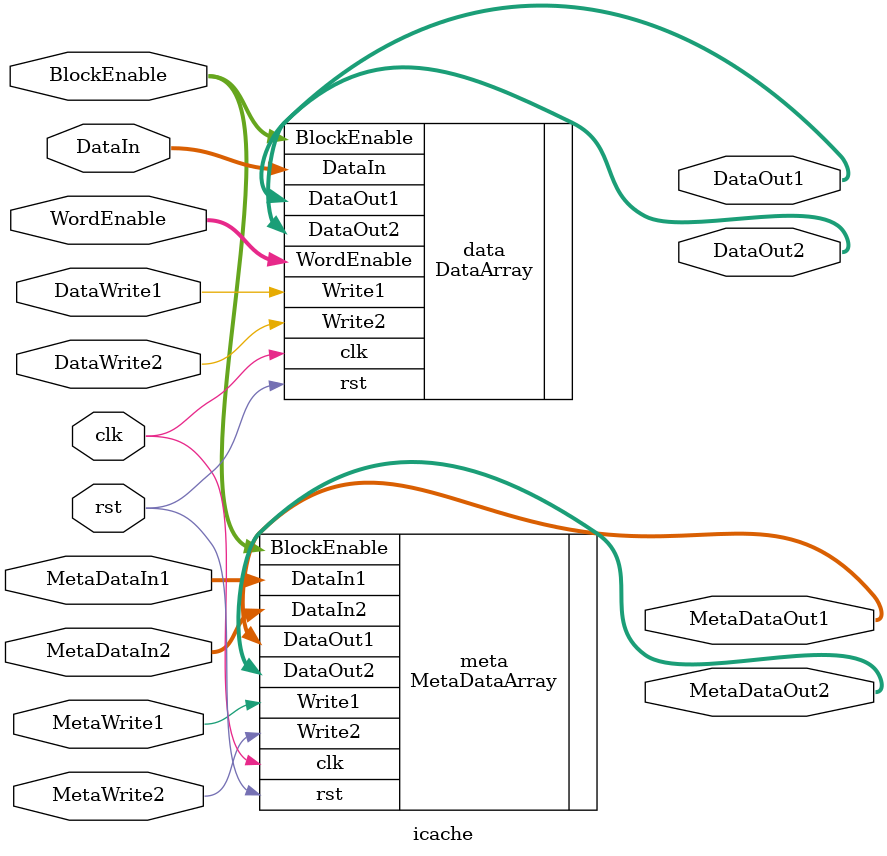
<source format=v>
module icache(clk, rst, MetaDataIn1, MetaDataIn2, MetaWrite1, MetaWrite2, BlockEnable, MetaDataOut1, MetaDataOut2, DataIn, DataWrite1, DataWrite2, WordEnable, DataOut1, DataOut2);
    input clk, rst;
    input [7:0] MetaDataIn1, MetaDataIn2;
    input MetaWrite1, MetaWrite2;
    input [63:0] BlockEnable;
    output [7:0] MetaDataOut1, MetaDataOut2;
    input [15:0] DataIn;
    input DataWrite1, DataWrite2;
    input [7:0] WordEnable;
    output [15:0] DataOut1, DataOut2;


    MetaDataArray meta(.clk(clk), .rst(rst), .DataIn1(MetaDataIn1), .DataIn2(MetaDataIn2), .Write1(MetaWrite1), .Write2(MetaWrite2), .BlockEnable(BlockEnable), .DataOut1(MetaDataOut1), .DataOut2(MetaDataOut2));

    DataArray data(.clk(clk), .rst(rst), .DataIn(DataIn), .Write1(DataWrite1), .Write2(DataWrite2), .BlockEnable(BlockEnable), .WordEnable(WordEnable), .DataOut1(DataOut1), .DataOut2(DataOut2));

endmodule
</source>
